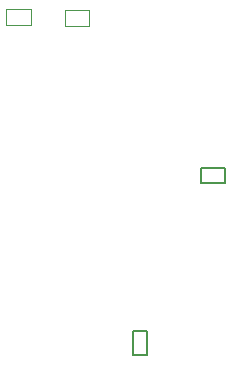
<source format=gbr>
G04*
G04 #@! TF.GenerationSoftware,Altium Limited,Altium Designer,24.2.2 (26)*
G04*
G04 Layer_Color=32768*
%FSLAX44Y44*%
%MOMM*%
G71*
G04*
G04 #@! TF.SameCoordinates,251A4116-46B9-4EB5-9C36-AF9AACF17162*
G04*
G04*
G04 #@! TF.FilePolarity,Positive*
G04*
G01*
G75*
%ADD12C,0.2000*%
%ADD104C,0.1000*%
D12*
X407142Y599540D02*
Y612040D01*
X387142Y599540D02*
X407142D01*
X387142D02*
Y612040D01*
X407142D01*
X329030Y473918D02*
X341530D01*
Y453918D02*
Y473918D01*
X329030Y453918D02*
X341530D01*
X329030D02*
Y473918D01*
D104*
X271440Y732390D02*
Y745890D01*
X292440Y732390D02*
Y745890D01*
X271440Y732390D02*
X292440D01*
X271440Y745890D02*
X292440D01*
X221910Y733660D02*
Y747160D01*
X242910Y733660D02*
Y747160D01*
X221910Y733660D02*
X242910D01*
X221910Y747160D02*
X242910D01*
M02*

</source>
